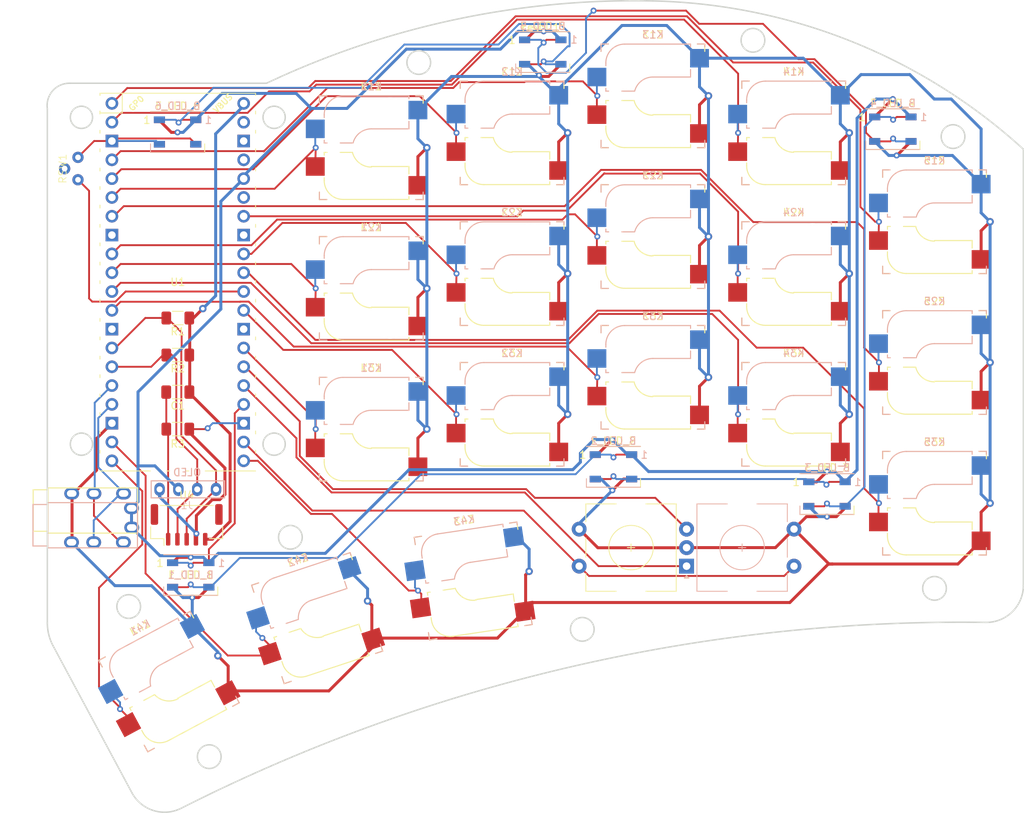
<source format=kicad_pcb>
(kicad_pcb (version 20221018) (generator pcbnew)
  (layers (0 "F.Cu" signal) (31 "B.Cu" signal) (34 "B.Paste" user) (35 "F.Paste" user) (36 "B.SilkS" user "B.Silkscreen") (37 "F.SilkS" user "F.Silkscreen") (38 "B.Mask" user) (39 "F.Mask" user) (44 "Edge.Cuts" user))
  (net 0 "")
  (net 1 "+5V")
  (net 2 "TP_RST")
  (net 3 "GND")
  (net 4 "/k11")
  (net 5 "/k12")
  (net 6 "/k13")
  (net 7 "/k14")
  (net 8 "/k15")
  (net 9 "/k21")
  (net 10 "/k22")
  (net 11 "/k23")
  (net 12 "/k24")
  (net 13 "/k25")
  (net 14 "/k31")
  (net 15 "/k32")
  (net 16 "/k33")
  (net 17 "/k34")
  (net 18 "/k35")
  (net 19 "/k41")
  (net 20 "/k42")
  (net 21 "/k43")
  (net 22 "ENA")
  (net 23 "ENB")
  (net 24 "/k44")
  (net 25 "TX")
  (net 26 "RX")
  (net 27 "+3V3")
  (net 31 "run")
  (net 37 "LED")
  (net 38 "Net-(B_LED_1-DOUT)")
  (net 39 "Net-(B_LED_2-DOUT)")
  (net 40 "Net-(B_LED_3-DOUT)")
  (net 41 "Net-(B_LED_4-DOUT)")
  (net 42 "Net-(B_LED_5-DOUT)")
  (net 45 "GND2")
  (net 46 "GND1")
  (net 47 "TP_DAT{slash}I2C1_SDA")
  (net 48 "TP_CLK{slash}I2C1_SCL")
  (footprint "kwkb-footprint:Kailh_socket_MX_reversible" (layer "F.Cu") (at 89.193 113.524 18.3)
    (fp_text reference "K42")
    (fp_text value "KEYSW")
  )
  (footprint "kwkb-footprint:Kailh_socket_MX_reversible" (layer "F.Cu") (at 172.5 98)
    (fp_text reference "K35")
    (fp_text value "KEYSW")
  )
  (footprint "Connector_JST:JST_GH_BM05B-GHS-TBT_1x05-1MP_P1.25mm_Vertical" (layer "F.Cu") (at 71.588 100.92)
    (fp_text reference "U4")
    (fp_text value "trackpoint")
  )
  (footprint "kwkb-footprint:Kailh_socket_MX_reversible" (layer "F.Cu") (at 96.5 69)
    (fp_text reference "K21")
    (fp_text value "KEYSW")
  )
  (footprint "Resistor_SMD:R_1206_3216Metric_Pad1.30x1.75mm_HandSolder" (layer "F.Cu") (at 70.39 88)
    (fp_text reference "R3")
    (fp_text value "100k")
  )
  (footprint "kwkb-footprint:Kailh_socket_MX_reversible" (layer "F.Cu") (at 153.5 86)
    (fp_text reference "K34")
    (fp_text value "KEYSW")
  )
  (footprint "Capacitor_SMD:C_1206_3216Metric_Pad1.33x1.80mm_HandSolder" (layer "F.Cu") (at 70.39 83 180)
    (fp_text reference "C1")
    (fp_text value "2.2uf")
  )
  (footprint "kwkb-footprint:Kailh_socket_MX_reversible" (layer "F.Cu") (at 115.5 48)
    (fp_text reference "K12")
    (fp_text value "KEYSW")
  )
  (footprint "kwkb-footprint:Kailh_socket_MX_reversible" (layer "F.Cu") (at 115.5 86)
    (fp_text reference "K32")
    (fp_text value "KEYSW")
  )
  (footprint "kwkb-footprint:Kailh_socket_MX_reversible" (layer "F.Cu") (at 96.5 50)
    (fp_text reference "K11")
    (fp_text value "KEYSW")
  )
  (footprint "LED_SMD:LED_WS2812B_PLCC4_5.0x5.0mm_P3.2mm" (layer "F.Cu") (at 166.878 47.499)
    (fp_text reference "F_LED_4")
    (fp_text value "WS2812B")
  )
  (footprint "LED_SMD:LED_WS2812B_PLCC4_5.0x5.0mm_P3.2mm" (layer "F.Cu") (at 70.37019 47.882)
    (fp_text reference "F_LED_6")
    (fp_text value "WS2812B")
  )
  (footprint "kwkb-footprint:Kailh_socket_MX_reversible" (layer "F.Cu") (at 96.5 88)
    (fp_text reference "K31")
    (fp_text value "KEYSW")
  )
  (footprint "LED_SMD:LED_WS2812B_PLCC4_5.0x5.0mm_P3.2mm" (layer "F.Cu") (at 129.177 93.09)
    (fp_text reference "F_LED_2")
    (fp_text value "WS2812B")
  )
  (footprint "kwkb-footprint:Kailh_socket_MX_reversible" (layer "F.Cu") (at 115.5 67)
    (fp_text reference "K22")
    (fp_text value "KEYSW")
  )
  (footprint "LED_SMD:LED_WS2812B_PLCC4_5.0x5.0mm_P3.2mm" (layer "F.Cu") (at 119.634 37.084)
    (fp_text reference "F_LED_5")
    (fp_text value "WS2812B")
  )
  (footprint "kwkb-footprint:RotaryEncoder_EC11-no-legs" (layer "F.Cu") (at 131.55 104 180)
    (fp_text reference "SW1")
    (fp_text value "RotaryEncoder_Switch")
  )
  (footprint "kwkb-footprint:4.5x4.5x5side-switch" (layer "F.Cu") (at 55.372 52.832 90)
    (fp_text reference "RSW1")
    (fp_text value "SW_PUSH")
  )
  (footprint "kwkb-footprint:Kailh_socket_MX_reversible" (layer "F.Cu") (at 134.5 62)
    (fp_text reference "K23")
    (fp_text value "KEYSW")
  )
  (footprint "kwkb-footprint:TRRS-PJ-320A" (layer "F.Cu") (at 52.875 98.99 90)
    (fp_text reference "U2")
    (fp_text value "TRRS")
  )
  (footprint "kwkb-footprint:Kailh_socket_MX_reversible" (layer "F.Cu") (at 153.5 48)
    (fp_text reference "K14")
    (fp_text value "KEYSW")
  )
  (footprint "kwkb-footprint:Kailh_socket_MX_reversible" (layer "F.Cu") (at 134.5 81)
    (fp_text reference "K33")
    (fp_text value "KEYSW")
  )
  (footprint "LED_SMD:LED_WS2812B_PLCC4_5.0x5.0mm_P3.2mm" (layer "F.Cu") (at 157.988 96.774)
    (fp_text reference "F_LED_3")
    (fp_text value "WS2812B")
  )
  (footprint "kwkb-footprint:Kailh_socket_MX_reversible" (layer "F.Cu") (at 153.5 67)
    (fp_text reference "K24")
    (fp_text value "KEYSW")
  )
  (footprint "kwkb-footprint:Kailh_socket_MX_reversible" (layer "F.Cu") (at 69.200591 122.09 28.2)
    (fp_text reference "K41")
    (fp_text value "KEYSW")
  )
  (footprint "LED_SMD:LED_WS2812B_PLCC4_5.0x5.0mm_P3.2mm" (layer "F.Cu") (at 72.136 107.696)
    (fp_text reference "F_LED_1")
    (fp_text value "WS2812B")
  )
  (footprint "Resistor_SMD:R_1206_3216Metric_Pad1.30x1.75mm_HandSolder" (layer "F.Cu") (at 70.39 78 180)
    (fp_text reference "R2")
    (fp_text value "4.7k")
  )
  (footprint "kwkb-footprint:Kailh_socket_MX_reversible" (layer "F.Cu") (at 172.5 60)
    (fp_text reference "K15")
    (fp_text value "KEYSW")
  )
  (footprint "kwkb-footprint:RPi_Pico_TH" (layer "F.Cu") (at 70.39 68.15)
    (fp_text reference "U1")
    (fp_text value "Pico")
  )
  (footprint "Resistor_SMD:R_1206_3216Metric_Pad1.30x1.75mm_HandSolder" (layer "F.Cu") (at 70.39 73 180)
    (fp_text reference "R1")
    (fp_text value "4.7k")
  )
  (footprint "kwkb-footprint:Kailh_socket_MX_reversible" (layer "F.Cu") (at 134.5 43)
    (fp_text reference "K13")
    (fp_text value "KEYSW")
  )
  (footprint "kwkb-footprint:Kailh_socket_MX_reversible" (layer "F.Cu") (at 110.25 108.5 8.5)
    (fp_text reference "K43")
    (fp_text value "KEYSW")
  )
  (footprint "kwkb-footprint:Kailh_socket_MX_reversible" (layer "F.Cu") (at 172.5 79)
    (fp_text reference "K25")
    (fp_text value "KEYSW")
  )
  (footprint "LED_SMD:LED_WS2812B_PLCC4_5.0x5.0mm_P3.2mm" (layer "B.Cu") (at 166.878 47.499 180)
    (fp_text reference "B_LED_4")
    (fp_text value "WS2812B")
  )
  (footprint "LED_SMD:LED_WS2812B_PLCC4_5.0x5.0mm_P3.2mm" (layer "B.Cu") (at 129.177 93.09 180)
    (fp_text reference "B_LED_2")
    (fp_text value "WS2812B")
  )
  (footprint "kwkb-footprint:RotaryEncoder_EC11-no-legs" (layer "B.Cu") (at 146.54 104)
    (fp_text reference "SW2")
    (fp_text value "RotaryEncoder_Switch")
  )
  (footprint "LED_SMD:LED_WS2812B_PLCC4_5.0x5.0mm_P3.2mm" (layer "B.Cu") (at 72.136 107.696 180)
    (fp_text reference "B_LED_1")
    (fp_text value "WS2812B")
  )
  (footprint "kwkb-footprint:TRRS-PJ-320A" (layer "B.Cu") (at 52.8475 100.98 -90)
    (fp_text reference "U3")
    (fp_text value "TRRS")
  )
  (footprint "LED_SMD:LED_WS2812B_PLCC4_5.0x5.0mm_P3.2mm" (layer "B.Cu") (at 157.988 96.774 180)
    (fp_text reference "B_LED_3")
    (fp_text value "WS2812B")
  )
  (footprint "kwkb-footprint:OLED" (layer "B.Cu") (at 71.628 96.012 180)
    (fp_text reference "J1")
    (fp_text value "OLED")
  )
  (footprint "LED_SMD:LED_WS2812B_PLCC4_5.0x5.0mm_P3.2mm" (layer "B.Cu") (at 119.634 37.084 180)
    (fp_text reference "B_LED_5")
    (fp_text value "WS2812B")
  )
  (footprint "LED_SMD:LED_WS2812B_PLCC4_5.0x5.0mm_P3.2mm" (layer "B.Cu") (at 70.358 47.88 180)
    (fp_text reference "B_LED_6")
    (fp_text value "WS2812B")
  )
  (gr_circle (center 57.39 45.9) (end 58.89 45.9) (stroke (width 0.2)) (fill none) (layer "Edge.Cuts"))
  (gr_arc (start 70.858334 139.186128) (mid 123.616641 120.053861) (end 179.419857 114.097045) (stroke (width 0.2)) (layer "Edge.Cuts"))
  (gr_arc (start 82.363295 41.300459) (mid 107.78088 32.710058) (end 134.492012 30.187347) (stroke (width 0.2)) (layer "Edge.Cuts"))
  (gr_circle (center 63.76626 111.954887) (end 65.36626 111.954887) (stroke (width 0.2)) (fill none) (layer "Edge.Cuts"))
  (gr_circle (center 172.5 109.5) (end 174.1 109.5) (stroke (width 0.2)) (fill none) (layer "Edge.Cuts"))
  (gr_arc (start 70.858334 139.186128) (mid 67.098494 139.494532) (end 64.193323 137.08798) (stroke (width 0.2)) (layer "Edge.Cuts"))
  (gr_circle (center 57.39 90.0295) (end 58.89 90.0295) (stroke (width 0.2)) (fill none) (layer "Edge.Cuts"))
  (gr_line (start 53.5615 117.259295) (end 64.193323 137.08798) (stroke (width 0.2)) (layer "Edge.Cuts"))
  (gr_circle (center 85.582147 102.605622) (end 87.182147 102.605622) (stroke (width 0.2)) (fill none) (layer "Edge.Cuts"))
  (gr_arc (start 134.492012 30.187347) (mid 161.308671 35.658607) (end 184.492 50.205125) (stroke (width 0.2)) (layer "Edge.Cuts"))
  (gr_line (start 52.79 44.734093) (end 52.79 114.187765) (stroke (width 0.2)) (layer "Edge.Cuts"))
  (gr_circle (center 175 48.5) (end 176.6 48.5) (stroke (width 0.2)) (fill none) (layer "Edge.Cuts"))
  (gr_arc (start 184.492 109.097565) (mid 183.001947 112.658537) (end 179.419857 114.097045) (stroke (width 0.2)) (layer "Edge.Cuts"))
  (gr_line (start 184.492 109.097565) (end 184.492 50.205125) (stroke (width 0.2)) (layer "Edge.Cuts"))
  (gr_arc (start 52.79 44.734093) (mid 53.497926 42.327546) (end 55.786346 41.3) (stroke (width 0.2)) (layer "Edge.Cuts"))
  (gr_circle (center 83.39 45.9) (end 84.89 45.9) (stroke (width 0.2)) (fill none) (layer "Edge.Cuts"))
  (gr_circle (center 74.63489 132.225113) (end 76.23489 132.225113) (stroke (width 0.2)) (fill none) (layer "Edge.Cuts"))
  (gr_circle (center 148 35.5) (end 149.6 35.5) (stroke (width 0.2)) (fill none) (layer "Edge.Cuts"))
  (gr_arc (start 53.5615 117.259295) (mid 52.985832 115.771234) (end 52.79 114.187765) (stroke (width 0.2)) (layer "Edge.Cuts"))
  (gr_circle (center 83.39 90.0295) (end 84.89 90.0295) (stroke (width 0.2)) (fill none) (layer "Edge.Cuts"))
  (gr_circle (center 124.969356 115.032953) (end 126.569356 115.032953) (stroke (width 0.2)) (fill none) (layer "Edge.Cuts"))
  (gr_circle (center 102.906175 38.5) (end 104.506175 38.5) (stroke (width 0.2)) (fill none) (layer "Edge.Cuts"))
  (gr_line (start 82.3641 41.3) (end 55.786346 41.3) (stroke (width 0.2)) (layer "Edge.Cuts"))
  (gr_text "rev: 1\n" (at 119.38 33.782) (layer "F.SilkS") (effects (font (size 1 1.2))))
  (segment (start 72 73.5) (end 72 83.176) (width 0.4) (layer "F.Cu") (net 1))
  (segment (start 73.766 71.734) (end 72 73.5) (width 0.4) (layer "F.Cu") (net 1))
  (segment (start 75.04866 102.87) (end 74.088 102.87) (width 0.4) (layer "F.Cu") (net 1))
  (segment (start 72 83.176) (end 77.4505 88.6265) (width 0.4) (layer "F.Cu") (net 1))
  (segment (start 77.4505 100.46816) (end 75.04866 102.87) (width 0.4) (layer "F.Cu") (net 1))
  (segment (start 77.4505 88.6265) (end 77.4505 100.46816) (width 0.4) (layer "F.Cu") (net 1))
  (via (at 73.766 71.734) (size 1) (drill 0.5) (layers "F.Cu" "B.Cu") (net 1))
  (segment (start 75.5 48.13) (end 79.28 44.35) (width 0.4) (layer "B.Cu") (net 1))
  (segment (start 73.766 71.734) (end 75.5 70) (width 0.4) (layer "B.Cu") (net 1))
  (segment (start 75.5 70) (end 75.5 48.13) (width 0.4) (layer "B.Cu") (net 1))
  (segment (start 69.088 102.87) (end 69.088 88.248) (width 0.25) (layer "F.Cu") (net 2))
  (segment (start 68.84 88) (end 68.84 83.0125) (width 0.25) (layer "F.Cu") (net 2))
  (segment (start 59.44 93.54) (end 59.44 89.27) (width 0.4) (layer "F.Cu") (net 3))
  (segment (start 59.44 89.27) (end 61.5 87.21) (width 0.4) (layer "F.Cu") (net 3))
  (segment (start 159.258 99.822) (end 157.988 99.822) (width 0.4) (layer "F.Cu") (net 3))
  (segment (start 175.66 106.21) (end 178.79 103.08) (width 0.4) (layer "F.Cu") (net 3))
  (segment (start 140.79 82.21) (end 142 81) (width 0.4) (layer "F.Cu") (net 3))
  (segment (start 158.18 106.21) (end 158.73 106.21) (width 0.4) (layer "F.Cu") (net 3))
  (segment (start 56.12 103.05) (end 56.12 96.86) (width 0.4) (layer "F.Cu") (net 3))
  (segment (start 74.586 109.346) (end 73.188 110.744) (width 0.4) (layer "F.Cu") (net 3))
  (segment (start 131.627 94.74) (end 130.558 94.74) (width 0.4) (layer "F.Cu") (net 3))
  (segment (start 119.2915 40.386) (end 120.432 40.386) (width 0.4) (layer "F.Cu") (net 3))
  (segment (start 178.79 84.08) (end 178.79 80.21) (width 0.4) (layer "F.Cu") (net 3))
  (segment (start 159.79 91.08) (end 159.79 87.21) (width 0.4) (layer "F.Cu") (net 3))
  (segment (start 139.04 104) (end 151.04 104) (width 0.4) (layer "F.Cu") (net 3))
  (segment (start 152.98 111.41) (end 158.18 106.21) (width 0.4) (layer "F.Cu") (net 3))
  (segment (start 117.8 107.2) (end 117.326574 107.673426) (width 0.4) (layer "F.Cu") (net 3))
  (segment (start 158.73 106.21) (end 175.66 106.21) (width 0.4) (layer "F.Cu") (net 3))
  (segment (start 167.423 51.054) (end 167.386 51.054) (width 0.4) (layer "F.Cu") (net 3))
  (segment (start 96.573847 111.773847) (end 96.573847 116.217425) (width 0.4) (layer "F.Cu") (net 3))
  (segment (start 169.328 49.149) (end 167.423 51.054) (width 0.4) (layer "F.Cu") (net 3))
  (segment (start 121.79 91.08) (end 121.79 87.21) (width 0.4) (layer "F.Cu") (net 3))
  (segment (start 121.79 53.08) (end 121.79 49.21) (width 0.4) (layer "F.Cu") (net 3))
  (segment (start 121.79 49.21) (end 123 48) (width 0.4) (layer "F.Cu") (net 3))
  (segment (start 117.326574 112.410576) (end 118.32715 111.41) (width 0.4) (layer "F.Cu") (net 3))
  (segment (start 102.79 51.21) (end 104 50) (width 0.4) (layer "F.Cu") (net 3))
  (segment (start 119.126 40.2205) (end 119.2915 40.386) (width 0.4) (layer "F.Cu") (net 3))
  (segment (start 178.79 80.21) (end 180 79) (width 0.4) (layer "F.Cu") (net 3))
  (segment (start 159.79 87.21) (end 161 86) (width 0.4) (layer "F.Cu") (net 3))
  (segment (start 56.12 96.86) (end 59.44 93.54) (width 0.4) (layer "F.Cu") (net 3))
  (segment (start 90.777085 123.344409) (end 96.573847 117.547647) (width 0.4) (layer "F.Cu") (net 3))
  (segment (start 96 111.2) (end 96.573847 111.773847) (width 0.4) (layer "F.Cu") (net 3))
  (segment (start 130.558 94.74) (end 129.032 96.266) (width 0.4) (layer "F.Cu") (net 3))
  (segment (start 140.79 86.08) (end 140.79 82.21) (width 0.4) (layer "F.Cu") (net 3))
  (segment (start 96.573847 116.217425) (end 113.519725 116.217425) (width 0.4) (layer "F.Cu") (net 3))
  (segment (start 127.07 104.02) (end 139.02 104.02) (width 0.4) (layer "F.Cu") (net 3))
  (segment (start 178.79 99.21) (end 180 98) (width 0.4) (layer "F.Cu") (net 3))
  (segment (start 178.79 61.21) (end 180 60) (width 0.4) (layer "F.Cu") (net 3))
  (segment (start 102.79 70.21) (end 104 69) (width 0.4) (layer "F.Cu") (net 3))
  (segment (start 77.187891 119.987891) (end 77.187891 123.344409) (width 0.4) (layer "F.Cu") (net 3))
  (segment (start 102.79 93.08) (end 102.79 89.21) (width 0.4) (layer "F.Cu") (net 3))
  (segment (start 159.79 53.08) (end 159.79 49.21) (width 0.4) (layer "F.Cu") (net 3))
  (segment (start 140.79 67.08) (end 140.79 63.21) (width 0.4) (layer "F.Cu") (net 3))
  (segment (start 77.187891 123.344409) (end 90.777085 123.344409) (width 0.4) (layer "F.Cu") (net 3))
  (segment (start 153.55 101.5) (end 158.26 106.21) (width 0.4) (layer "F.Cu") (net 3))
  (segment (start 155.218 99.822) (end 153.54 101.5) (width 0.4) (layer "F.Cu") (net 3))
  (segment (start 102.79 74.08) (end 102.79 70.21) (width 0.4) (layer "F.Cu") (net 3))
  (segment (start 159.79 72.08) (end 159.79 68.21) (width 0.4) (layer "F.Cu") (net 3))
  (segment (start 158.26 106.21) (end 158.73 106.21) (width 0.4) (layer "F.Cu") (net 3))
  (segment (start 124.55 101.5) (end 127.07 104.02) (width 0.4) (layer "F.Cu") (net 3))
  (segment (start 140.79 44.21) (end 142 43) (width 0.4) (layer "F.Cu") (net 3))
  (segment (start 140.79 63.21) (end 142 62) (width 0.4) (layer "F.Cu") (net 3))
  (segment (start 102.79 89.21) (end 104 88) (width 0.4) (layer "F.Cu") (net 3))
  (segment (start 140.79 48.08) (end 140.79 44.21) (width 0.4) (layer "F.Cu") (net 3))
  (segment (start 113.519725 116.217425) (end 117.326574 112.410576) (width 0.4) (layer "F.Cu") (net 3))
  (segment (start 118.32715 111.41) (end 152.98 111.41) (width 0.4) (layer "F.Cu") (net 3))
  (segment (start 178.79 65.08) (end 178.79 61.21) (width 0.4) (layer "F.Cu") (net 3))
  (segment (start 157.988 99.822) (end 155.218 99.822) (width 0.4) (layer "F.Cu") (net 3))
  (segment (start 121.79 87.21) (end 123 86) (width 0.4) (layer "F.Cu") (net 3))
  (segment (start 102.79 55.08) (end 102.79 51.21) (width 0.4) (layer "F.Cu") (net 3))
  (segment (start 159.79 68.21) (end 161 67) (width 0.4) (layer "F.Cu") (net 3))
  (segment (start 151.04 104) (end 153.54 101.5) (width 0.4) (layer "F.Cu") (net 3))
  (segment (start 120.432 40.386) (end 122.084 38.734) (width 0.4) (layer "F.Cu") (net 3))
  (segment (start 96.573847 117.547647) (end 96.573847 116.217425) (width 0.4) (layer "F.Cu") (net 3))
  (segment (start 117.326574 107.673426) (end 117.326574 112.410576) (width 0.4) (layer "F.Cu") (net 3))
  (segment (start 160.438 98.642) (end 159.258 99.822) (width 0.4) (layer "F.Cu") (net 3))
  (segment (start 121.79 68.21) (end 123 67) (width 0.4) (layer "F.Cu") (net 3))
  (segment (start 121.79 72.08) (end 121.79 68.21) (width 0.4) (layer "F.Cu") (net 3))
  (segment (start 75.8 118.6) (end 77.187891 119.987891) (width 0.4) (layer "F.Cu") (net 3))
  (segment (start 178.79 103.08) (end 178.79 99.21) (width 0.4) (layer "F.Cu") (net 3))
  (segment (start 73.188 110.744) (end 72.343432 110.744) (width 0.4) (layer "F.Cu") (net 3))
  (segment (start 159.79 49.21) (end 161 48) (width 0.4) (layer "F.Cu") (net 3))
  (via (at 123 86) (size 1) (drill 0.5) (layers "F.Cu" "B.Cu") (net 3))
  (via (at 123 48) (size 1) (drill 0.5) (layers "F.Cu" "B.Cu") (net 3))
  (via (at 123 67) (size 1) (drill 0.5) (layers "F.Cu" "B.Cu") (net 3))
  (via (at 142 62) (size 1) (drill 0.5) (layers "F.Cu" "B.Cu") (net 3))
  (via (at 180 98) (size 1) (drill 0.5) (layers "F.Cu" "B.Cu") (net 3))
  (via (at 72.343432 110.744) (size 0.8) (drill 0.4) (layers "F.Cu" "B.Cu") (net 3))
  (via (at 161 86) (size 1) (drill 0.5) (layers "F.Cu" "B.Cu") (net 3))
  (via (at 180 60) (size 1) (drill 0.5) (layers "F.Cu" "B.Cu") (net 3))
  (via (at 142 43) (size 1) (drill 0.5) (layers "F.Cu" "B.Cu") (net 3))
  (via (at 104 69) (size 1) (drill 0.5) (layers "F.Cu" "B.Cu") (net 3))
  (via (at 119.126 40.2205) (size 0.8) (drill 0.4) (layers "F.Cu" "B.Cu") (net 3))
  (via (at 117.8 107.2) (size 1) (drill 0.5) (layers "F.Cu" "B.Cu") (net 3))
  (via (at 96 111.2) (size 1) (drill 0.5) (layers "F.Cu" "B.Cu") (net 3))
  (via (at 129.032 96.266) (size 0.8) (drill 0.4) (layers "F.Cu" "B.Cu") (net 3))
  (via (at 75.8 118.6) (size 1) (drill 0.5) (layers "F.Cu" "B.Cu") (net 3))
  (via (at 161 67) (size 1) (drill 0.5) (layers "F.Cu" "B.Cu") (net 3))
  (via (at 161 48) (size 1) (drill 0.5) (layers "F.Cu" "B.Cu") (net 3))
  (via (at 142 81) (size 1) (drill 0.5) (layers "F.Cu" "B.Cu") (net 3))
  (via (at 167.386 51.054) (size 0.8) (drill 0.4) (layers "F.Cu" "B.Cu") (net 3))
  (via (at 104 50) (size 1) (drill 0.5) (layers "F.Cu" "B.Cu") (net 3))
  (via (at 104 88) (size 1) (drill 0.5) (layers "F.Cu" "B.Cu") (net 3))
  (via (at 157.988 99.822) (size 0.8) (drill 0.4) (layers "F.Cu" "B.Cu") (net 3))
  (via (at 180 79) (size 1) (drill 0.5) (layers "F.Cu" "B.Cu") (net 3))
  (segment (start 142 62) (end 140.79 60.79) (width 0.4) (layer "B.Cu") (net 3))
  (segment (start 161 48) (end 159.79 46.79) (width 0.4) (layer "B.Cu") (net 3))
  (segment (start 117.8 104.2) (end 116.00493 102.40493) (width 0.4) (layer "B.Cu") (net 3))
  (segment (start 61.4075 108.64) (end 61.41 108.64) (width 0.4) (layer "B.Cu") (net 3))
  (segment (start 161 48) (end 161 67) (width 0.4) (layer "B.Cu") (net 3))
  (segment (start 123 48) (end 121.79 46.79) (width 0.4) (layer "B.Cu") (net 3))
  (segment (start 178.79 77.79) (end 178.79 73.92) (width 0.4) (layer "B.Cu") (net 3))
  (segment (start 72.343432 114.640634) (end 75.8 118.097202) (width 0.4) (layer "B.Cu") (net 3))
  (segment (start 123 86) (end 123 67) (width 0.4) (layer "B.Cu") (net 3))
  (segment (start 178.79 96.79) (end 178.79 92.92) (width 0.4) (layer "B.Cu") (net 3))
  (segment (start 174.924 51.054) (end 178.79 54.92) (width 0.4) (layer "B.Cu") (net 3))
  (segment (start 140.79 60.79) (end 140.79 56.92) (width 0.4) (layer "B.Cu") (net 3))
  (segment (start 156.936 99.822) (end 157.988 99.822) (width 0.4) (layer "B.Cu") (net 3))
  (segment (start 61.91 109.14) (end 66.842798 109.14) (width 0.4) (layer "B.Cu") (net 3))
  (segment (start 104 88) (end 102.79 86.79) (width 0.4) (layer "B.Cu") (net 3))
  (segment (start 178.79 54.92) (end 178.79 47.472) (width 0.4) (layer "B.Cu") (net 3))
  (segment (start 61.41 108.64) (end 61.91 109.14) (width 0.4) (layer "B.Cu") (net 3))
  (segment (start 119.126 40.386) (end 107.324 40.386) (width 0.4) (layer "B.Cu") (net 3))
  (segment (start 104 69) (end 102.79 67.79) (width 0.4) (layer "B.Cu") (net 3))
  (segment (start 136.37 33.5) (end 130.33 33.5) (width 0.4) (layer "B.Cu") (net 3))
  (segment (start 126.727 94.74) (end 127.506 94.74) (width 0.4) (layer "B.Cu") (net 3))
  (segment (start 162.578 40.132) (end 159.79 42.92) (width 0.4) (layer "B.Cu") (net 3))
  (segment (start 56.0475 103.28) (end 61.4075 108.64) (width 0.4) (layer "B.Cu") (net 3))
  (segment (start 155.538 98.424) (end 156.936 99.822) (width 0.4) (layer "B.Cu") (net 3))
  (segment (start 117.8 107.2) (end 117.8 104.2) (width 0.4) (layer "B.Cu") (net 3))
  (segment (start 161 86) (end 159.79 84.79) (width 0.4) (layer "B.Cu") (net 3))
  (segment (start 166.333 51.054) (end 167.211549 51.054) (width 0.4) (layer "B.Cu") (net 3))
  (segment (start 174.752 43.434) (end 172.466 43.434) (width 0.4) (layer "B.Cu") (net 3))
  (segment (start 102.79 48.79) (end 102.79 44.92) (width 0.4) (layer "B.Cu") (net 3))
  (segment (start 159.79 42.92) (end 154.79 37.92) (width 0.4) (layer "B.Cu") (net 3))
  (segment (start 180 60) (end 180 79) (width 0.4) (layer "B.Cu") (net 3))
  (segment (start 102.79 67.79) (end 102.79 63.92) (width 0.4) (layer "B.Cu") (net 3))
  (segment (start 180 60) (end 178.79 58.79) (width 0.4) (layer "B.Cu") (net 3))
  (segment (start 102.79 86.79) (end 102.79 82.92) (width 0.4) (layer "B.Cu") (net 3))
  (segment (start 72.343432 110.744) (end 72.343432 114.640634) (width 0.4) (layer "B.Cu") (net 3))
  (segment (start 178.79 58.79) (end 178.79 54.92) (width 0.4) (layer "B.Cu") (net 3))
  (segment (start 164.428 49.149) (end 166.333 51.054) (width 0.4) (layer "B.Cu") (net 3))
  (segment (start 129.032 96.266) (end 124.55 100.748) (width 0.4) (layer "B.Cu") (net 3))
  (segment (start 140.79 79.79) (end 140.79 75.92) (width 0.4) (layer "B.Cu") (net 3))
  (segment (start 121.79 46.79) (end 121.79 42.92) (width 0.4) (layer "B.Cu") (net 3))
  (segment (start 121.79 65.79) (end 121.79 61.92) (width 0.4) (layer "B.Cu") (net 3))
  (segment (start 104 50) (end 104 69) (width 0.4) (layer "B.Cu") (net 3))
  (segment (start 119.126 40.2205) (end 117.6395 38.734) (width 0.4) (layer "B.Cu") (net 3))
  (segment (start 178.79 47.472) (end 174.752 43.434) (width 0.4) (layer "B.Cu") (net 3))
  (segment (start 140.79 37.92) (end 136.37 33.5) (width 0.4) (layer "B.Cu") (net 3))
  (segment (start 159.79 65.79) (end 159.79 61.92) (width 0.4) (layer "B.Cu") (net 3))
  (segment (start 107.324 40.386) (end 102.79 44.92) (width 0.4) (layer "B.Cu") (net 3))
  (segment (start 123 86) (end 121.79 84.79) (width 0.4) (layer "B.Cu") (net 3))
  (segment (start 142 62) (end 142 81) (width 0.4) (layer "B.Cu") (net 3))
  (segment (start 123 67) (end 123 48) (width 0.4) (layer "B.Cu") (net 3))
  (segment (start 123 67) (end 121.79 65.79) (width 0.4) (layer "B.Cu") (net 3))
  (segment (start 169.164 40.132) (end 162.578 40.132) (width 0.4) (layer "B.Cu") (net 3))
  (segment (start 180 79) (end 178.79 77.79) (width 0.4) (layer "B.Cu") (net 3))
  (segment (start 121.79 84.79) (end 121.79 80.92) (width 0.4) (layer "B.Cu") (net 3))
  (segment (start 71.084 110.744) (end 72.343432 110.744) (width 0.4) (layer "B.Cu") (net 3))
  (segment (start 161 67) (end 161 86) (width 0.4) (layer "B.Cu") (net 3))
  (segment (start 119.126 40.386) (end 119.126 40.2205) (width 0.4) (layer "B.Cu") (net 3))
  (segment (start 161 67) (end 159.79 65.79) (width 0.4) (layer "B.Cu") (net 3))
  (segment (start 104 69) (end 104 88) (width 0.4) (layer "B.Cu") (net 3))
  (segment (start 104 50) (end 102.79 48.79) (width 0.4) (layer "B.Cu") (net 3))
  (segment (start 142 81) (end 140.79 79.79) (width 0.4) (layer "B.Cu") (net 3))
  (segment (start 167.386 51.054) (end 174.924 51.054) (width 0.4) (layer "B.Cu") (net 3))
  (segment (start 159.79 84.79) (end 159.79 80.92) (width 0.4) (layer "B.Cu") (net 3))
  (segment (start 127.506 94.74) (end 129.032 96.266) (width 0.4) (layer "B.Cu") (net 3))
  (segment (start 154.79 37.92) (end 140.79 37.92) (width 0.4) (layer "B.Cu") (net 3))
  (segment (start 96 111.2) (end 96 109.571226) (width 0.4) (layer "B.Cu") (net 3))
  (segment (start 69.686 109.346) (end 71.084 110.744) (width 0.4) (layer "B.Cu") (net 3))
  (segment (start 140.79 41.79) (end 140.79 37.92) (width 0.4) (layer "B.Cu") (net 3))
  (segment (start 142 43) (end 140.79 41.79) (width 0.4) (layer "B.Cu") (net 3))
  (segment (start 180 79) (end 180 98) (width 0.4) (layer "B.Cu") (net 3))
  (segment (start 180 98) (end 178.79 96.79) (width 0.4) (layer "B.Cu") (net 3))
  (segment (start 121.66 42.92) (end 119.253 40.513) (width 0.4) (layer "B.Cu") (net 3))
  (segment (start 130.33 33.5) (end 121.79 42.04) (width 0.4) (layer "B.Cu") (net 3))
  (segment (start 75.8 118.097202) (end 75.8 118.6) (width 0.4) (layer "B.Cu") (net 3))
  (segment (start 96 109.571226) (end 93.098922 106.670148) (width 0.4) (layer "B.Cu") (net 3))
  (segment (start 172.466 43.434) (end 169.164 40.132) (width 0.4) (layer "B.Cu") (net 3))
  (segment (start 142 43) (end 142 62) (width 0.4) (layer "B.Cu") (net 3))
  (segment (start 66.842798 109.14) (end 72.343432 114.640634) (width 0.4) (layer "B.Cu") (net 3))
  (segment (start 119.253 40.513) (end 119.126 40.386) (width 0.4) (layer "B.Cu") (net 3))
  (segment (start 159.79 46.79) (end 159.79 42.92) (width 0.4) (layer "B.Cu") (net 3))
  (segment (start 62.675 55.545) (end 83.455 55.545) (width 0.25) (layer "F.Cu") (net 4))
  (segment (start 88.94 52.54) (end 89 50) (width 0.25) (layer "F.Cu") (net 4))
  (segment (start 61.5 56.72) (end 62.675 55.545) (width 0.25) (layer "F.Cu") (net 4))
  (segment (start 83.455 55.545) (end 89 50) (width 0.25) (layer "F.Cu") (net 4))
  (via (at 89 50) (size 0.8) (drill 0.4) (layers "F.Cu" "B.Cu") (net 4))
  (segment (start 89 50) (end 88.94 49.94) (width 0.25) (layer "B.Cu") (net 4))
  (segment (start 88.94 49.94) (end 88.94 47.46) (width 0.25) (layer "B.Cu") (net 4))
  (segment (start 90.455 43.045) (end 103.045 43.045) (width 0.25) (layer "F.Cu") (net 5))
  (segment (start 62.775 52.905) (end 80.595 52.905) (width 0.25) (layer "F.Cu") (net 5))
  (segment (start 61.5 54.18) (end 62.775 52.905) (width 0.25) (layer "F.Cu") (net 5))
  (segment (start 108 48) (end 107.94 48.06) (width 0.25) (layer "F.Cu") (net 5))
  (segment (start 80.595 52.905) (end 90.455 43.045) (width 0.25) (layer "F.Cu") (net 5))
  (segment (start 107.94 48.06) (end 107.94 50.54) (width 0.25) (layer "F.Cu") (net 5))
  (segment (start 103.045 43.045) (end 108 48) (width 0.25) (layer "F.Cu") (net 5))
  (via (at 108 48) (size 0.8) (drill 0.4) (layers "F.Cu" "B.Cu") (net 5))
  (segment (start 107.94 47.94) (end 108 48) (width 0.25) (layer "B.Cu") (net 5))
  (segment (start 107.94 45.46) (end 107.94 47.94) (width 0.25) (layer "B.Cu") (net 5))
  (segment (start 117.16035 41.148) (end 117.26335 41.045) (width 0.25) (layer "F.Cu") (net 6))
  (segment (start 126.94 45.54) (end 126.94 43.06) (width 0.25) (layer "F.Cu") (net 6))
  (segment (start 82 50.5) (end 90.559944 41.940056) (width 0.25) (layer "F.Cu") (net 6))
  (segment (start 81.965 50.465) (end 82 50.5) (width 0.25) (layer "F.Cu") (net 6))
  (segment (start 61.5 51.64) (end 62.675 50.465) (width 0.25) (layer "F.Cu") (net 6))
  (segment (start 108.352 41.148) (end 117.16035 41.148) (width 0.25) (layer "F.Cu") (net 6))
  (segment (start 107.559944 41.940056) (end 108.352 41.148) (width 0.25) (layer "F.Cu") (net 6))
  (segment (start 126.94 43.06) (end 127 43) (width 0.25) (layer "F.Cu") (net 6))
  (segment (start 90.559944 41.940056) (end 107.559944 41.940056) (width 0.25) (layer "F.Cu") (net 6))
  (segment (start 125.045 41.045) (end 127 43) (width 0.25) (layer "F.Cu") (net 6))
  (segment (start 62.675 50.465) (end 81.965 50.465) (width 0.25) (layer "F.Cu") (net 6))
  (segment (start 117.26335 41.045) (end 125.045 41.045) (width 0.25) (layer "F.Cu") (net 6))
  (via (at 127 43) (size 0.8) (drill 0.4) (layers "F.Cu" "B.Cu") (net 6))
  (segment (start 127 43) (end 126.94 42.94) (width 0.25) (layer "B.Cu") (net 6))
  (segment (start 126.94 42.94) (end 126.94 40.46) (width 0.25) (layer "B.Cu") (net 6))
  (segment (start 146 40) (end 146 48) (width 0.25) (layer "F.Cu") (net 7))
  (segment (start 145.94 50.54) (end 146 48) (width 0.25) (layer "F.Cu") (net 7))
  (segment (start 89.079091 41.490056) (end 107.373548 41.490056) (width 0.25) (layer "F.Cu") (net 7))
  (segment (start 82.703123 42.4) (end 88.169147 42.4) (width 0.25) (layer "F.Cu") (net 7))
  (segment (start 116.155604 32.708) (end 138.708 32.708) (width 0.25) (layer "F.Cu") (net 7))
  (segment (start 138.708 32.708) (end 146 40) (width 0.25) (layer "F.Cu") (net 7))
  (segment (start 79.808123 45.295) (end 82.703123 42.4) (width 0.25) (layer "F.Cu") (net 7))
  (segment (start 107.373548 41.490056) (end 116.155604 32.708) (width 0.25) (layer "F.Cu") (net 7))
  (segment (start 61.5 46.56) (end 62.765 45.295) (width 0.25) (layer "F.Cu") (net 7))
  (segment (start 88.169147 42.4) (end 89.079091 41.490056) (width 0.25) (layer "F.Cu") (net 7))
  (segment (start 62.765 45.295) (end 79.808123 45.295) (width 0.25) (layer "F.Cu") (net 7))
  (via (at 146 48) (size 0.8) (drill 0.4) (layers "F.Cu" "B.Cu") (net 7))
  (segment (start 146 48) (end 145.94 47.94) (width 0.25) (layer "B.Cu") (net 7))
  (segment (start 145.94 47.94) (end 145.94 45.46) (width 0.25) (layer "B.Cu") (net 7))
  (segment (start 145.337014 38.5) (end 139.095014 32.258) (width 0.25) (layer "F.Cu") (net 8))
  (segment (start 115.969208 32.258) (end 107.227208 41) (width 0.25) (layer "F.Cu") (net 8))
  (segment (start 162.5 58) (end 162.5 44.878545) (width 0.25) (layer "F.Cu") (net 8))
  (segment (start 164.5 60) (end 162.5 58) (width 0.25) (layer "F.Cu") (net 8))
  (segment (start 107.227208 41) (end 88.932751 41) (width 0.25) (layer "F.Cu") (net 8))
  (segment (start 165 60) (end 164.5 60) (width 0.25) (layer "F.Cu") (net 8))
  (segment (start 87.982751 41.95) (end 63.57 41.95) (width 0.25) (layer "F.Cu") (net 8))
  (segment (start 162.5 44.878545) (end 156.121455 38.5) (width 0.25) (layer "F.Cu") (net 8))
  (segment (start 139.095014 32.258) (end 115.969208 32.258) (width 0.25) (layer "F.Cu") (net 8))
  (segment (start 63.57 41.95) (end 61.5 44.02) (width 0.25) (layer "F.Cu") (net 8))
  (segment (start 156.121455 38.5) (end 145.337014 38.5) (width 0.25) (layer "F.Cu") (net 8))
  (segment (start 88.932751 41) (end 87.982751 41.95) (width 0.25) (layer "F.Cu") (net 8))
  (segment (start 164.94 62.54) (end 165 60) (width 0.25) (layer "F.Cu") (net 8))
  (via (at 165 60) (size 0.8) (drill 0.4) (layers "F.Cu" "B.Cu") (net 8))
  (segment (start 165 60) (end 164.94 59.94) (width 0.25) (layer "B.Cu") (net 8))
  (segment (start 164.94 59.94) (end 164.94 57.46) (width 0.25) (layer "B.Cu") (net 8))
  (segment (start 62.675 65.705) (end 85.705 65.705) (width 0.25) (layer "F.Cu") (net 9))
  (segment (start 88.94 71.54) (end 89 69) (width 0.25) (layer "F.Cu") (net 9))
  (segment (start 61.5 66.88) (end 62.675 65.705) (width 0.25) (layer "F.Cu") (net 9))
  (segment (start 85.705 65.705) (end 89 69) (width 0.25) (layer "F.Cu") (net 9))
  (via (at 89 69) (size 0.8) (drill 0.4) (layers "F.Cu" "B.Cu") (net 9))
  (segment (start 88.94 68.94) (end 88.94 66.46) (width 0.25) (layer "B.Cu") (net 9))
  (segment (start 89 69) (end 88.94 68.94) (width 0.25) (layer "B.Cu") (net 9))
  (segment (start 84.5 60.16) (end 101.16 60.16) (width 0.25) (layer "F.Cu") (net 10))
  (segment (start 79.28 64.34) (end 80.32 64.34) (width 0.25) (layer "F.Cu") (net 10))
  (segment (start 107.94 69.54) (end 108 67) (width 0.25) (layer "F.Cu") (net 10))
  (segment (start 101.16 60.16) (end 108 67) (width 0.25) (layer "F.Cu") (net 10))
  (segment (start 80.32 64.34) (end 84.5 60.16) (width 0.25) (layer "F.Cu") (net 10))
  (via (at 108 67) (size 0.8) (drill 0.4) (layers "F.Cu" "B.Cu") (net 10))
  (segment (start 107.94 66.94) (end 107.94 64.46) (width 0.25) (layer "B.Cu") (net 10))
  (segment (start 108 67) (end 107.94 66.94) (width 0.25) (layer "B.Cu") (net 10))
  (segment (start 126.94 64.54) (end 126.94 62.06) (width 0.25) (layer "F.Cu") (net 11))
  (segment (start 126.94 62.06) (end 127 62) (width 0.25) (layer "F.Cu") (net 11))
  (segment (start 124 59) (end 123 59) (width 0.25) (layer "F.Cu") (net 11))
  (segment (start 62.675 63.165) (end 61.5 64.34) (width 0.25) (layer "F.Cu") (net 11))
  (segment (start 83.79 59.71) (end 80.335 63.165) (width 0.25) (layer "F.Cu") (net 11))
  (segment (start 127 62) (end 124 59) (width 0.25) (layer "F.Cu") (net 11))
  (segment (start 122.29 59.71) (end 83.79 59.71) (width 0.25) (layer "F.Cu") (net 11))
  (segment (start 80.335 63.165) (end 62.675 63.165) (width 0.25) (layer "F.Cu") (net 11))
  (segment (start 123 59) (end 122.29 59.71) (width 0.25) (layer "F.Cu") (net 11))
  (via (at 127 62) (size 0.8) (drill 0.4) (layers "F.Cu" "B.Cu") (net 11))
  (segment (start 127 62) (end 126.94 61.94) (width 0.25) (layer "B.Cu") (net 11))
  (segment (start 126.94 61.94) (end 126.94 59.46) (width 0.25) (layer "B.Cu") (net 11))
  (segment (start 146 67) (end 146 58.636396) (width 0.25) (layer "F.Cu") (net 12))
  (segment (start 122.9 58.5) (end 117 58.5) (width 0.25) (layer "F.Cu") (net 12))
  (segment (start 145.94 69.54) (end 145.94 67.06) (width 0.25) (layer "F.Cu") (net 12))
  (segment (start 116.24 59.26) (end 79.28 59.26) (width 0.25) (layer "F.Cu") (net 12))
  (segment (start 145.94 67.06) (end 146 67) (width 0.25) (layer "F.Cu") (net 12))
  (segment (start 146 58.636396) (end 140.863604 53.5) (width 0.25) (layer "F.Cu") (net 12))
  (segment (start 127.95 53.45) (end 122.9 58.5) (width 0.25) (layer "F.Cu") (net 12))
  (segment (start 140.863604 53.5) (end 128 53.5) (width 0.25) (layer "F.Cu") (net 12))
  (segment (start 128 53.5) (end 127.95 53.45) (width 0.25) (layer "F.Cu") (net 12))
  (segment (start 117 58.5) (end 116.24 59.26) (width 0.25) (layer "F.Cu") (net 12))
  (via micro (at 146 67) (size 0.3) (drill 0.1) (layers "F.Cu" "B.Cu") (net 12))
  (via (at 146 67) (size 0.8) (drill 0.4) (layers "F.Cu" "B.Cu") (net 12))
  (segment (start 145.94 66.94) (end 145.94 64.46) (width 0.25) (layer "B.Cu") (net 12))
  (segment (start 146 67) (end 145.94 66.94) (width 0.25) (layer "B.Cu") (net 12))
  (segment (start 61.5 59.5) (end 63.105 57.895) (width 0.25) (layer "F.Cu") (net 13))
  (segment (start 163 77) (end 165 79) (width 0.25) (layer "F.Cu") (net 13))
  (segment (start 141 53) (end 148.045 60.045) (width 0.25) (layer "F.Cu") (net 13))
  (segment (start 127.5 53) (end 141 53) (width 0.25) (layer "F.Cu") (net 13))
  (segment (start 163 61) (end 163 77) (width 0.25) (layer "F.Cu") (net 13))
  (segment (start 63.105 57.895) (end 122.605 57.895) (width 0.25) (layer "F.Cu") (net 13))
  (segment (start 122.605 57.895) (end 127.5 53) (width 0.25) (layer "F.Cu") (net 13))
  (segment (start 162.045 60.045) (end 163 61) (width 0.25) (layer "F.Cu") (net 13))
  (segment (start 165 81.5) (end 165 79) (width 0.25) (layer "F.Cu") (net 13))
  (segment (start 148.045 60.045) (end 162.045 60.045) (width 0.25) (layer "F.Cu") (net 13))
  (via (at 165 79) (size 0.8) (drill 0.4) (layers "F.Cu" "B.Cu") (net 13))
  (segment (start 165 79) (end 164.94 78.94) (width 0.25) (layer "B.Cu") (net 13))
  (segment (start 164.94 78.94) (end 164.94 76.46) (width 0.25) (layer "B.Cu") (net 13))
  (segment (start 88.94 88.06) (end 89 88) (width 0.25) (layer "F.Cu") (net 14))
  (segment (start 88.94 90.54) (end 88.94 88.06) (width 0.25) (layer "F.Cu") (net 14))
  (segment (start 89 88) (end 89 86.76) (width 0.25) (layer "F.Cu") (net 14))
  (segment (start 89 86.76) (end 79.28 77.04) (width 0.25) (layer "F.Cu") (net 14))
  (via (at 89 88) (size 0.8) (drill 0.4) (layers "F.Cu" "B.Cu") (net 14))
  (segment (start 88.94 87.94) (end 88.94 85.46) (width 0.25) (layer "B.Cu") (net 14))
  (segment (start 89 88) (end 88.94 87.94) (width 0.25) (layer "B.Cu") (net 14))
  (segment (start 108 86) (end 99.305 77.305) (width 0.25) (layer "F.Cu") (net 15))
  (segment (start 107.94 86.06) (end 108 86) (width 0.25) (layer "F.Cu") (net 15))
  (segment (start 107.94 88.54) (end 107.94 86.06) (width 0.25) (layer "F.Cu") (net 15))
  (segment (start 99.305 77.305) (end 84.625 77.305) (width 0.25) (layer "F.Cu") (net 15))
  (segment (start 84.625 77.305) (end 79.28 71.96) (width 0.25) (layer "F.Cu") (net 15))
  (via (at 108 86) (size 0.8) (drill 0.4) (layers "F.Cu" "B.Cu") (net 15))
  (segment (start 107.94 85.94) (end 108 86) (width 0.25) (layer "B.Cu") (net 15))
  (segment (start 107.94 83.46) (end 107.94 85.94) (width 0.25) (layer "B.Cu") (net 15))
  (segment (start 78.778299 70.8) (end 62.66 70.8) (width 0.25) (layer "F.Cu") (net 16))
  (segment (start 86.026701 76.855) (end 79.956701 70.785) (width 0.25) (layer "F.Cu") (net 16))
  (segment (start 127 81) (end 122.855 76.855) (width 0.25) (layer "F.Cu") (net 16))
  (segment (start 79.956701 70.785) (end 78.793299 70.785) (width 0.25) (layer "F.Cu") (net 16))
  (segment (start 62.66 70.8) (end 61.5 71.96) (width 0.25) (layer "F.Cu") (net 16))
  (segment (start 78.793299 70.785) (end 78.778299 70.8) (width 0.25) (layer "F.Cu") (net 16))
  (segment (start 126.94 83.54) (end 127 81) (width 0.25) (layer "F.Cu") (net 16))
  (segment (start 122.855 76.855) (end 86.026701 76.855) (width 0.25) (layer "F.Cu") (net 16))
  (via (at 127 81) (size 0.8) (drill 0.4) (layers "F.Cu" "B.Cu") (net 16))
  (segment (start 127 81) (end 126.94 80.94) (width 0.25) (layer "B.Cu") (net 16))
  (segment (start 126.94 80.94) (end 126.94 78.46) (width 0.25) (layer "B.Cu") (net 16))
  (segment (start 127.186396 72.45) (end 123.231396 76.405) (width 0.25) (layer "F.Cu") (net 17))
  (segment (start 88.405 76.405) (end 80.245 68.245) (width 0.25) (layer "F.Cu") (net 17))
  (segment (start 146 86) (end 146 75.95) (width 0.25) (layer "F.Cu") (net 17))
  (segment (start 145.94 86.06) (end 146 86) (width 0.25) (layer "F.Cu") (net 17))
  (segment (start 146 75.95) (end 142.5 72.45) (width 0.25) (layer "F.Cu") (net 17))
  (segment (start 142.5 72.45) (end 127.186396 72.45) (width 0.25) (layer "F.Cu") (net 17))
  (segment (start 145.94 88.54) (end 145.94 86.06) (width 0.25) (layer "F.Cu") (net 17))
  (segment (start 123.231396 76.405) (end 88.405 76.405) (width 0.25) (layer "F.Cu") (net 17))
  (segment (start 62.675 68.245) (end 61.5 69.42) (width 0.25) (layer "F.Cu") (net 17))
  (segment (start 80.245 68.245) (end 62.675 68.245) (width 0.25) (layer "F.Cu") (net 17))
  (via (at 146 86) (size 0.8) (drill 0.4) (layers "F.Cu" "B.Cu") (net 17))
  (segment (start 146 86) (end 145.94 85.94) (width 0.25) (layer "B.Cu") (net 17))
  (segment (start 145.94 85.94) (end 145.94 83.46) (width 0.25) (layer "B.Cu") (net 17))
  (segment (start 88.955 75.955) (end 123.045 75.955) (width 0.25) (layer "F.Cu") (net 18))
  (segment (start 79.88 66.88) (end 88.955 75.955) (width 0.25) (layer "F.Cu") (net 18))
  (segment (start 164.94 98.06) (end 165 98) (width 0.25) (layer "F.Cu") (net 18))
  (segment (start 163 85.22835) (end 163 96) (width 0.25) (layer "F.Cu") (net 18))
  (segment (start 148.5 77) (end 154.77165 77) (width 0.25) (layer "F.Cu") (net 18))
  (segment (start 127 72) (end 143.5 72) (width 0.25) (layer "F.Cu") (net 18))
  (segment (start 163 96) (end 165 98) (width 0.25) (layer "F.Cu") (net 18))
  (segment (start 143.5 72) (end 148.5 77) (width 0.25) (layer "F.Cu") (net 18))
  (segment (start 123.045 75.955) (end 127 72) (width 0.25) (layer "F.Cu") (net 18))
  (segment (start 164.94 100.54) (end 164.94 98.06) (width 0.25) (layer "F.Cu") (net 18))
  (segment (start 154.77165 77) (end 163 85.22835) (width 0.25) (layer "F.Cu") (net 18))
  (via (at 165 98) (size 0.8) (drill 0.4) (layers "F.Cu" "B.Cu") (net 18))
  (segment (start 164.94 97.94) (end 164.94 95.46) (width 0.25) (layer "B.Cu") (net 18))
  (segment (start 165 98) (end 164.94 97.94) (width 0.25) (layer "B.Cu") (net 18))
  (segment (start 59.76 122.76) (end 59.76 109.41849) (width 0.25) (layer "F.Cu") (net 19))
  (segment (start 62.6 125.8) (end 62.6 125.6) (width 0.25) (layer "F.Cu") (net 19))
  (segment (start 62.6 125.6) (end 59.76 122.76) (width 0.25) (layer "F.Cu") (net 19))
  (segment (start 59.76 109.41849) (end 65.6 103.57849) (width 0.25) (layer "F.Cu") (net 19))
  (segment (start 65.6 103.57849) (end 65.6 96.38) (width 0.25) (layer "F.Cu") (net 19))
  (segment (start 62.6 125.8) (end 63.923439 127.123439) (width 0.25) (layer "F.Cu") (net 19))
  (segment (start 65.6 96.38) (end 61.5 92.28) (width 0.25) (layer "F.Cu") (net 19))
  (via (at 62.6 125.8) (size 0.8) (drill 0.4) (layers "F.Cu" "B.Cu") (net 19))
  (segment (start 62.6 125.8) (end 62.6 124.886856) (width 0.25) (layer "B.Cu") (net 19))
  (segment (start 62.6 124.886856) (end 61.383439 123.670295) (width 0.25) (layer "B.Cu") (net 19))
  (segment (start 66.04 107.48) (end 66.04 103.774886) (width 0.25) (layer "F.Cu") (net 20))
  (segment (start 82.690373 117.090373) (end 82.690373 118.567585) (width 0.25) (layer "F.Cu") (net 20))
  (segment (start 66.04 103.774886) (end 66.05 103.764886) (width 0.25) (layer "F.Cu") (net 20))
  (segment (start 77.127585 118.567585) (end 66.04 107.48) (width 0.25) (layer "F.Cu") (net 20))
  (segment (start 81.8 116.2) (end 82.690373 117.090373) (width 0.25) (layer "F.Cu") (net 20))
  (segment (start 66.05 94.29) (end 61.5 89.74) (width 0.25) (layer "F.Cu") (net 20))
  (segment (start 66.05 103.764886) (end 66.05 94.29) (width 0.25) (layer "F.Cu") (net 20))
  (segment (start 82.690373 118.567585) (end 77.127585 118.567585) (width 0.25) (layer "F.Cu") (net 20))
  (via (at 81.8 116.2) (size 0.8) (drill 0.4) (layers "F.Cu" "B.Cu") (net 20))
  (segment (start 80.952911 115.352911) (end 80.952911 113.793946) (width 0.25) (layer "B.Cu") (net 20))
  (segment (start 81.8 116.2) (end 80.952911 115.352911) (width 0.25) (layer "B.Cu") (net 20))
  (segment (start 91.2 99.45) (end 88.353604 99.45) (width 0.25) (layer "F.Cu") (net 21))
  (segment (start 81.183604 92.28) (end 79.28 92.28) (width 0.25) (layer "F.Cu") (net 21))
  (segment (start 101.55 109.8) (end 91.2 99.45) (width 0.25) (layer "F.Cu") (net 21))
  (segment (start 88.353604 99.45) (end 81.183604 92.28) (width 0.25) (layer "F.Cu") (net 21))
  (segment (start 102.8 109.8) (end 101.55 109.8) (width 0.25) (layer "F.Cu") (net 21))
  (segment (start 103.24592 112.314192) (end 103.24592 110.24592) (width 0.25) (layer "F.Cu") (net 21))
  (segment (start 103.24592 110.24592) (end 102.8 109.8) (width 0.25) (layer "F.Cu") (net 21))
  (via (at 102.8 109.8) (size 0.8) (drill 0.4) (layers "F.Cu" "B.Cu") (net 21))
  (segment (start 102.397604 107.105339) (end 102.397604 109.397604) (width 0.25) (layer "B.Cu") (net 21))
  (segment (start 102.397604 109.397604) (end 102.8 109.8) (width 0.25) (layer "B.Cu") (net 21))
  (segment (start 139.04 106.5) (end 127.16 106.5) (width 0.25) (layer "F.Cu") (net 22))
  (segment (start 86.4 89.24) (end 79.28 82.12) (width 0.25) (layer "F.Cu") (net 22))
  (segment (start 91.138604 96.55) (end 86.4 91.811396) (width 0.25) (layer "F.Cu") (net 22))
  (segment (start 127.16 106.5) (end 117.21 96.55) (width 0.25) (layer "F.Cu") (net 22))
  (segment (start 86.4 91.811396) (end 86.4 89.24) (width 0.25) (layer "F.Cu") (net 22))
  (segment (start 117.21 96.55) (end 91.138604 96.55) (width 0.25) (layer "F.Cu") (net 22))
  (segment (start 117.396396 96.1) (end 91.325 96.1) (width 0.25) (layer "F.Cu") (net 23))
  (segment (start 86.85 86.95) (end 79.28 79.38) (width 0.25) (layer "F.Cu") (net 23))
  (segment (start 86.85 91.625) (end 86.85 86.95) (width 0.25) (layer "F.Cu") (net 23))
  (segment (start 139.05 101.5) (end 134.832 97.282) (width 0.25) (layer "F.Cu") (net 23))
  (segment (start 91.325 96.1) (end 86.85 91.625) (width 0.25) (layer "F.Cu") (net 23))
  (segment (start 118.578396 97.282) (end 117.396396 96.1) (width 0.25) (layer "F.Cu") (net 23))
  (segment (start 134.832 97.282) (end 118.578396 97.282) (width 0.25) (layer "F.Cu") (net 23))
  (segment (start 117.07 99) (end 88.54 99) (width 0.25) (layer "F.Cu") (net 24))
  (segment (start 88.54 99) (end 79.28 89.74) (width 0.25) (layer "F.Cu") (net 24))
  (segment (start 152.215 107.825) (end 153.54 106.5) (width 0.25) (layer "F.Cu") (net 24))
  (segment (start 124.55 106.48) (end 117.07 99) (width 0.25) (layer "F.Cu") (net 24))
  (segment (start 124.55 106.5) (end 125.875 107.825) (width 0.25) (layer "F.Cu") (net 24))
  (segment (start 125.875 107.825) (end 152.215 107.825) (width 0.25) (layer "F.Cu") (net 24))
  (segment (start 59.075 96.69) (end 59.075 99.703516) (width 0.25) (layer "F.Cu") (net 25))
  (segment (start 59.075 99.703516) (end 62.651484 103.28) (width 0.25) (layer "F.Cu") (net 25))
  (segment (start 59.18 84.44) (end 61.5 82.12) (width 0.25) (layer "B.Cu") (net 25))
  (segment (start 59.18 96.585) (end 59.18 84.44) (width 0.25) (layer "B.Cu") (net 25))
  (segment (start 59.66 93.16) (end 59.66 86.5) (width 0.25) (layer "B.Cu") (net 26))
  (segment (start 59.66 86.5) (end 61.5 84.66) (width 0.25) (layer "B.Cu") (net 26))
  (segment (start 62.95 96.45) (end 59.66 93.16) (width 0.25) (layer "B.Cu") (net 26))
  (segment (start 59.0475 100.321484) (end 62.918984 96.45) (width 0.25) (layer "B.Cu") (net 26))
  (segment (start 59.0475 103.28) (end 59.0475 100.321484) (width 0.25) (layer "B.Cu") (net 26))
  (segment (start 156.59 95.124) (end 157.988 93.726) (width 0.4) (layer "F.Cu") (net 27))
  (segment (start 70.419961 105.312039) (end 69.686 106.046) (width 0.4) (layer "F.Cu") (net 27))
  (segment (start 119.761 34.29) (end 118.491 34.29) (width 0.4) (layer "F.Cu") (net 27))
  (segment (start 69.5225 47.9325) (end 67.822 46.232) (width 0.4) (layer "F.Cu") (net 27))
  (segment (start 118.491 34.29) (end 117.221 35.56) (width 0.4) (layer "F.Cu") (net 27))
  (segment (start 129.032 89.408) (end 127 91.44) (width 0.4) (layer "F.Cu") (net 27))
  (segment (start 72.131637 105.312039) (end 70.419961 105.312039) (width 0.4) (layer "F.Cu") (net 27))
  (segment (start 164.428 45.849) (end 166.843 43.434) (width 0.4) (layer "F.Cu") (net 27))
  (segment (start 70.358 47.9325) (end 69.5225 47.9325) (width 0.4) (layer "F.Cu") (net 27))
  (segment (start 155.538 95.124) (end 156.59 95.124) (width 0.4) (layer "F.Cu") (net 27))
  (via (at 119.761 34.29) (size 0.8) (drill 0.4) (layers "F.Cu" "B.Cu") (net 27))
  (via (at 72.131637 105.312039) (size 0.8) (drill 0.4) (layers "F.Cu" "B.Cu") (net 27))
  (via (at 70.358 47.9325) (size 0.8) (drill 0.4) (layers "F.Cu" "B.Cu") (net 27))
  (via (at 129.032 89.408) (size 0.8) (drill 0.4) (layers "F.Cu" "B.Cu") (net 27))
  (via (at 166.878 43.434) (size 0.8) (drill 0.4) (layers "F.Cu" "B.Cu") (net 27))
  (via (at 157.988 93.726) (size 0.8) (drill 0.4) (layers "F.Cu" "B.Cu") (net 27))
  (segment (start 64.1475 98.68) (end 64.1475 101.2625) (width 0.4) (layer "B.Cu") (net 27))
  (segment (start 126.559 89.408) (end 124.714 91.253) (width 0.4) (layer "B.Cu") (net 27))
  (segment (start 71.915598 105.096) (end 67.981 105.096) (width 0.4) (layer "B.Cu") (net 27))
  (segment (start 75.856 104.776) (end 74.586 106.046) (width 0.4) (layer "B.Cu") (net 27))
  (segment (start 116.332 34.29) (end 119.761 34.29) (width 0.4) (layer "B.Cu") (net 27))
  (segment (start 88.387 44.699) (end 93.223 44.699) (width 0.4) (layer "B.Cu") (net 27))
  (segment (start 123.698 93.472) (end 101.6 93.472) (width 0.4) (layer "B.Cu") (net 27))
  (segment (start 76.368 42.67) (end 86.358 42.67) (width 0.4) (layer "B.Cu") (net 27))
  (segment (start 119.761 34.29) (end 120.94 34.29) (width 0.4) (layer "B.Cu") (net 27))
  (segment (start 64.1475 98.68) (end 65.024 97.8035) (width 0.4) (layer "B.Cu") (net 27))
  (segment (start 124.714 92.456) (end 123.698 93.472) (width 0.4) (layer "B.Cu") (net 27))
  (segment (start 67.31 92.964) (end 65.024 92.964) (width 0.4) (layer "B.Cu") (net 27))
  (segment (start 159.04 93.726) (end 160.438 95.124) (width 0.4) (layer "B.Cu") (net 27))
  (segment (start 79.28 53.806) (end 88.387 44.699) (width 0.4) (layer "B.Cu") (net 27))
  (segment (start 129.032 89.408) (end 131.064 91.44) (width 0.4) (layer "B.Cu") (net 27))
  (segment (start 65.024 82.976) (end 76.2 71.8) (width 0.4) (layer "B.Cu") (net 27))
  (segment (start 76.2 57.26) (end 79.28 54.18) (width 0.4) (layer "B.Cu") (net 27))
  (segment (start 73.852039 105.312039) (end 74.586 106.046) (width 0.4) (layer "B.Cu") (net 27))
  (segment (start 120.94 34.29) (end 122.084 35.434) (width 0.4) (layer "B.Cu") (net 27))
  (segment (start 65.024 97.8035) (end 65.024 92.964) (width 0.4) (layer "B.Cu") (net 27))
  (segment (start 157.988 93.726) (end 159.04 93.726) (width 0.4) (layer "B.Cu") (net 27))
  (segment (start 93.223 44.699) (end 101.224534 36.697466) (width 0.4) (layer "B.Cu") (net 27))
  (segment (start 164.643 43.434) (end 166.878 43.434) (width 0.4) (layer "B.Cu") (net 27))
  (segment (start 70.472 96.126) (end 67.31 92.964) (width 0.4) (layer "B.Cu") (net 27))
  (segment (start 76.2 71.8) (end 76.2 57.26) (width 0.4) (layer "B.Cu") (net 27))
  (segment (start 131.627 91.44) (end 133.913 93.726) (width 0.4) (layer "B.Cu") (net 27))
  (segment (start 70.358 47.9325) (end 71.1055 47.9325) (width 0.4) (layer "B.Cu") (net 27))
  (segment (start 169.418 45.974) (end 166.878 43.434) (width 0.4) (layer "B.Cu") (net 27))
  (segment (start 65.024 92.964) (end 65.024 82.976) (width 0.4) (layer "B.Cu") (net 27))
  (segment (start 162.052 93.51) (end 162.052 46.025) (width 0.4) (layer "B.Cu") (net 27))
  (segment (start 72.131637 105.312039) (end 71.915598 105.096) (width 0.4) (layer "B.Cu") (net 27))
  (segment (start 86.358 42.67) (end 88.387 44.699) (width 0.4) (layer "B.Cu") (net 27))
  (segment (start 124.714 91.253) (end 124.714 92.456) (width 0.4) (layer "B.Cu") (net 27))
  (segment (start 131.064 91.44) (end 131.627 91.44) (width 0.4) (layer "B.Cu") (net 27))
  (segment (start 72.131637 105.312039) (end 73.852039 105.312039) (width 0.4) (layer "B.Cu") (net 27))
  (segment (start 160.438 95.124) (end 162.052 93.51) (width 0.4) (layer "B.Cu") (net 27))
  (segment (start 90.296 104.776) (end 75.856 104.776) (width 0.4) (layer "B.Cu") (net 27))
  (segment (start 113.924534 36.697466) (end 116.332 34.29) (width 0.4) (layer "B.Cu") (net 27))
  (segment (start 67.981 105.096) (end 64.175 101.29) (width 0.4) (layer "B.Cu") (net 27))
  (segment (start 133.913 93.726) (end 157.988 93.726) (width 0.4) (layer "B.Cu") (net 27))
  (segment (start 72.808 46.23) (end 76.368 42.67) (width 0.4) (layer "B.Cu") (net 27))
  (segment (start 71.1055 47.9325) (end 72.808 46.23) (width 0.4) (layer "B.Cu") (net 27))
  (segment (start 162.052 46.025) (end 164.643 43.434) (width 0.4) (layer "B.Cu") (net 27))
  (segment (start 101.6 93.472) (end 90.296 104.776) (width 0.4) (layer "B.Cu") (net 27))
  (segment (start 129.032 89.408) (end 126.559 89.408) (width 0.4) (layer "B.Cu") (net 27))
  (segment (start 101.224534 36.697466) (end 113.924534 36.697466) (width 0.4) (layer "B.Cu") (net 27))
  (segment (start 63.351701 69.42) (end 61.986701 70.785) (width 0.25) (layer "F.Cu") (net 31))
  (segment (start 58.42 70.358) (end 58.42 55.83) (width 0.25) (layer "F.Cu") (net 31))
  (segment (start 58.42 55.83) (end 56.922 54.332) (width 0.25) (layer "F.Cu") (net 31))
  (segment (start 58.847 70.785) (end 58.42 70.358) (width 0.25) (layer "F.Cu") (net 31))
  (segment (start 79.28 69.42) (end 63.351701 69.42) (width 0.25) (layer "F.Cu") (net 31))
  (segment (start 61.986701 70.785) (end 58.847 70.785) (width 0.25) (layer "F.Cu") (net 31))
  (segment (start 74.586 104.216544) (end 78.0755 100.727044) (width 0.25) (layer "F.Cu") (net 37))
  (segment (start 78.0755 85.8645) (end 79.28 84.66) (width 0.25) (layer "F.Cu") (net 37))
  (segment (start 74.586 106.046) (end 72.516 106.046) (width 0.25) (layer "F.Cu") (net 37))
  (segment (start 78.0755 100.727044) (end 78.0755 85.8645) (width 0.25) (layer "F.Cu") (net 37))
  (segment (start 72.516 106.046) (end 72.136 106.426) (width 0.25) (layer "F.Cu") (net 37))
  (segment (start 74.586 106.046) (end 74.586 104.216544) (width 0.25) (layer "F.Cu") (net 37))
  (via (at 72.136 106.426) (size 0.8) (drill 0.4) (layers "F.Cu" "B.Cu") (net 37))
  (segment (start 71.756 106.046) (end 72.136 106.426) (width 0.25) (layer "B.Cu") (net 37))
  (segment (start 69.686 106.046) (end 71.756 106.046) (width 0.25) (layer "B.Cu") (net 37))
  (segment (start 69.686 109.346) (end 71.756 109.346) (width 0.25) (layer "F.Cu") (net 38))
  (segment (start 129.557 91.44) (end 129.177 91.82) (width 0.25) (layer "F.Cu") (net 38))
  (segment (start 71.756 109.346) (end 72.136 108.966) (width 0.25) (layer "F.Cu") (net 38))
  (segment (start 131.627 91.44) (end 129.557 91.44) (width 0.25) (layer "F.Cu") (net 38))
  (via (at 129.177 91.82) (size 0.8) (drill 0.4) (layers "F.Cu" "B.Cu") (net 38))
  (via (at 72.136 108.966) (size 0.8) (drill 0.4) (layers "F.Cu" "B.Cu") (net 38))
  (segment (start 74.804 109.346) (end 78.749 105.401) (width 0.25) (layer "B.Cu") (net 38))
  (segment (start 124.07 94.097) (end 126.727 91.44) (width 0.25) (layer "B.Cu") (net 38))
  (segment (start 128.797 91.44) (end 126.727 91.44) (width 0.25) (layer "B.Cu") (net 38))
  (segment (start 129.177 91.82) (end 128.797 91.44) (width 0.25) (layer "B.Cu") (net 38))
  (segment (start 78.749 105.401) (end 91.904221 105.401) (width 0.25) (layer "B.Cu") (net 38))
  (segment (start 72.136 108.966) (end 72.516 109.346) (width 0.25) (layer "B.Cu") (net 38))
  (segment (start 72.516 109.346) (end 74.586 109.346) (width 0.25) (layer "B.Cu") (net 38))
  (segment (start 91.904221 105.401) (end 103.208221 94.097) (width 0.25) (layer "B.Cu") (net 38))
  (segment (start 103.208221 94.097) (end 124.07 94.097) (width 0.25) (layer "B.Cu") (net 38))
  (segment (start 128.797 94.74) (end 129.177 94.36) (width 0.25) (layer "F.Cu") (net 39))
  (segment (start 126.727 94.74) (end 128.797 94.74) (width 0.25) (layer "F.Cu") (net 39))
  (segment (start 158.293 95.124) (end 160.438 95.124) (width 0.25) (layer "F.Cu") (net 39))
  (segment (start 157.913 95.504) (end 158.293 95.124) (width 0.25) (layer "F.Cu") (net 39))
  (via (at 129.177 94.36) (size 0.8) (drill 0.4) (layers "F.Cu" "B.Cu") (net 39))
  (via (at 157.913 95.504) (size 0.8) (drill 0.4) (layers "F.Cu" "B.Cu") (net 39))
  (segment (start 157.533 95.124) (end 157.913 95.504) (width 0.25) (layer "B.Cu") (net 39))
  (segment (start 131.627 94.74) (end 129.557 94.74) (width 0.25) (layer "B.Cu") (net 39))
  (segment (start 155.538 95.124) (end 157.533 95.124) (width 0.25) (layer "B.Cu") (net 39))
  (segment (start 129.557 94.74) (end 129.177 94.36) (width 0.25) (layer "B.Cu") (net 39))
  (segment (start 155.154 94.74) (end 155.538 95.124) (width 0.25) (layer "B.Cu") (net 39))
  (segment (start 131.627 94.74) (end 155.154 94.74) (width 0.25) (layer "B.Cu") (net 39))
  (segment (start 155.538 98.424) (end 157.608 98.424) (width 0.25) (layer "F.Cu") (net 40))
  (segment (start 167.421 45.849) (end 166.915 46.228) (width 0.25) (layer "F.Cu") (net 40))
  (segment (start 157.608 98.424) (end 157.988 98.044) (width 0.25) (layer "F.Cu") (net 40))
  (segment (start 169.328 45.849) (end 167.421 45.849) (width 0.25) (layer "F.Cu") (net 40))
  (via (at 157.988 98.044) (size 0.8) (drill 0.4) (layers "F.Cu" "B.Cu") (net 40))
  (via (at 166.915 46.228) (size 0.8) (drill 0.4) (layers "F.Cu" "B.Cu") (net 40))
  (segment (start 157.988 98.044) (end 158.368 98.424) (width 0.25) (layer "B.Cu") (net 40))
  (segment (start 164.428 45.849) (end 163.068 47.209) (width 0.25) (layer "B.Cu") (net 40))
  (segment (start 158.368 98.424) (end 160.438 98.424) (width 0.25) (layer "B.Cu") (net 40))
  (segment (start 166.536 45.849) (end 164.428 45.849) (width 0.25) (layer "B.Cu") (net 40))
  (segment (start 166.915 46.228) (end 166.536 45.849) (width 0.25) (layer "B.Cu") (net 40))
  (segment (start 163.068 95.794) (end 160.438 98.424) (width 0.25) (layer "B.Cu") (net 40))
  (segment (start 163.068 47.209) (end 163.068 95.794) (width 0.25) (layer "B.Cu") (net 40))
  (segment (start 120.142 35.433) (end 119.761 35.814) (width 0.25) (layer "F.Cu") (net 41))
  (segment (start 140.74741 33.274) (end 149.352 33.274) (width 0.25) (layer "F.Cu") (net 41))
  (segment (start 126.492 31.496) (end 138.96941 31.496) (width 0.25) (layer "F.Cu") (net 41))
  (segment (start 122.174 35.433) (end 120.142 35.433) (width 0.25) (layer "F.Cu") (net 41))
  (segment (start 163.253 47.974) (end 164.428 49.149) (width 0.25) (layer "F.Cu") (net 41))
  (segment (start 166.915 48.768) (end 166.534 49.149) (width 0.25) (layer "F.Cu") (net 41))
  (segment (start 163.253 44.995149) (end 163.253 47.974) (width 0.25) (layer "F.Cu") (net 41))
  (segment (start 154.128 38.05) (end 156.307851 38.05) (width 0.25) (layer "F.Cu") (net 41))
  (segment (start 166.534 49.149) (end 164.428 49.149) (width 0.25) (layer "F.Cu") (net 41))
  (segment (start 156.307851 38.05) (end 163.253 44.995149) (width 0.25) (layer "F.Cu") (net 41))
  (segment (start 149.352 33.274) (end 154.128 38.05) (width 0.25) (layer "F.Cu") (net 41))
  (segment (start 138.96941 31.496) (end 140.74741 33.274) (width 0.25) (layer "F.Cu") (net 41))
  (via (at 126.492 31.496) (size 0.8) (drill 0.4) (layers "F.Cu" "B.Cu") (net 41))
  (via (at 119.761 35.814) (size 0.8) (drill 0.4) (layers "F.Cu" "B.Cu") (net 41))
  (via (at 166.915 48.768) (size 0.8) (drill 0.4) (layers "F.Cu" "B.Cu") (net 41))
  (segment (start 122.79 39.878) (end 120.142 39.878) (width 0.25) (layer "B.Cu") (net 41))
  (segment (start 126.492 31.496) (end 125.476 32.512) (width 0.25) (layer "B.Cu") (net 41))
  (segment (start 125.476 37.192) (end 122.79 39.878) (width 0.25) (layer "B.Cu") (net 41))
  (segment (start 166.915 48.768) (end 167.296 49.149) (width 0.25) (layer "B.Cu") (net 41))
  (segment (start 119.381 35.434) (end 117.184 35.434) (width 0.25) (layer "B.Cu") (net 41))
  (segment (start 125.476 32.512) (end 125.476 37.192) (width 0.25) (layer "B.Cu") (net 41))
  (segment (start 119.761 35.814) (end 119.381 35.434) (width 0.25) (layer "B.Cu") (net 41))
  (segment (start 120.142 39.878) (end 119.036 38.772) (width 0.25) (layer "B.Cu") (net 41))
  (segment (start 119.036 38.772) (end 119.036 36.539) (width 0.25) (layer "B.Cu") (net 41))
  (segment (start 169.328 49.149) (end 167.296 49.149) (width 0.25) (layer "B.Cu") (net 41))
  (segment (start 119.036 36.539) (end 119.761 35.814) (width 0.25) (layer "B.Cu") (net 41))
  (segment (start 72.82019 46.232) (end 70.87719 46.232) (width 0.25) (layer "F.Cu") (net 42))
  (segment (start 119.761 38.354) (end 119.381 38.734) (width 0.25) (layer "F.Cu") (net 42))
  (segment (start 70.87719 46.232) (end 70.49719 46.612) (width 0.25) (layer "F.Cu") (net 42))
  (segment (start 119.381 38.734) (end 117.184 38.734) (width 0.25) (layer "F.Cu") (net 42))
  (via (at 119.761 38.354) (size 0.8) (drill 0.4) (layers "F.Cu" "B.Cu") (net 42))
  (via (at 70.49719 46.612) (size 0.8) (drill 0.4) (layers "F.Cu" "B.Cu") (net 42))
  (segment (start 123.259 34.559) (end 122.002248 33.302248) (width 0.25) (layer "B.Cu") (net 42))
  (segment (start 120.96 38.354) (end 123.005 36.309) (width 0.25) (layer "B.Cu") (net 42))
  (segment (start 100.96565 36.072466) (end 95.128116 41.91) (width 0.25) (layer "B.Cu") (net 42))
  (segment (start 95.128116 41.91) (end 75.19919 41.91) (width 0.25) (layer "B.Cu") (net 42))
  (segment (start 120.014 38.734) (end 119.761 38.354) (width 0.25) (layer "B.Cu") (net 42))
  (segment (start 123.259 36.309) (end 123.259 34.559) (width 0.25) (layer "B.Cu") (net 42))
  (segment (start 113.66565 36.072466) (end 100.96565 36.072466) (width 0.25) (layer "B.Cu") (net 42))
  (segment (start 75.19919 41.91) (end 70.49719 46.612) (width 0.25) (layer "B.Cu") (net 42))
  (segment (start 123.005 36.309) (end 123.259 36.309) (width 0.25) (layer "B.Cu") (net 42))
  (segment (start 122.084 38.734) (end 120.014 38.734) (width 0.25) (layer "B.Cu") (net 42))
  (segment (start 70.11519 46.23) (end 67.908 46.23) (width 0.25) (layer "B.Cu") (net 42))
  (segment (start 70.49719 46.612) (end 70.11519 46.23) (width 0.25) (layer "B.Cu") (net 42))
  (segment (start 116.435868 33.302248) (end 113.66565 36.072466) (width 0.25) (layer "B.Cu") (net 42))
  (segment (start 122.002248 33.302248) (end 116.435868 33.302248) (width 0.25) (layer "B.Cu") (net 42))
  (segment (start 119.761 38.354) (end 120.96 38.354) (width 0.25) (layer "B.Cu") (net 42))
  (segment (start 59.104 49.1) (end 61.5 49.1) (width 0.25) (layer "F.Cu") (net 45))
  (segment (start 72.04519 48.757) (end 61.843 48.757) (width 0.25) (layer "F.Cu") (net 45))
  (segment (start 56.922 51.308) (end 56.896 51.308) (width 0.25) (layer "F.Cu") (net 45))
  (segment (start 72.82019 49.532) (end 72.04519 48.757) (width 0.25) (layer "F.Cu") (net 45))
  (segment (start 56.896 51.308) (end 59.104 49.1) (width 0.25) (layer "F.Cu") (net 45))
  (segment (start 67.478 49.1) (end 67.908 49.53) (width 0.25) (layer "B.Cu") (net 45))
  (segment (start 61.5 49.1) (end 67.478 49.1) (width 0.25) (layer "B.Cu") (net 45))
  (segment (start 72.898 99.669884) (end 72.898 102.108) (width 0.4) (layer "F.Cu") (net 46))
  (segment (start 71.94 88.44) (end 76.7505 93.2505) (width 0.4) (layer "F.Cu") (net 46))
  (segment (start 76.048435 97.521) (end 75.046884 97.521) (width 0.4) (layer "F.Cu") (net 46))
  (segment (start 75.046884 97.521) (end 72.898 99.669884) (width 0.4) (layer "F.Cu") (net 46))
  (segment (start 76.7505 96.818935) (end 76.048435 97.521) (width 0.4) (layer "F.Cu") (net 46))
  (segment (start 74.306 88) (end 74.422 87.884) (width 0.25) (layer "F.Cu") (net 46))
  (segment (start 76.7505 93.2505) (end 76.7505 96.818935) (width 0.4) (layer "F.Cu") (net 46))
  (segment (start 71.94 88) (end 74.306 88) (width 0.25) (layer "F.Cu") (net 46))
  (via (at 72.898 102.108) (size 0.8) (drill 0.4) (layers "F.Cu" "B.Cu") (net 46))
  (via (at 74.422 87.884) (size 0.8) (drill 0.4) (layers "F.Cu" "B.Cu") (net 46))
  (segment (start 74.422 87.884) (end 75.106 87.2) (width 0.25) (layer "B.Cu") (net 46))
  (segment (start 67.932 97.142) (end 72.898 102.108) (width 0.4) (layer "B.Cu") (net 46))
  (segment (start 67.932 96.132) (end 67.932 97.142) (width 0.4) (layer "B.Cu") (net 46))
  (segment (start 75.106 87.2) (end 79.28 87.2) (width 0.25) (layer "B.Cu") (net 46))
  (segment (start 70.9125 77.047906) (end 70.865 77.095406) (width 0.25) (layer "F.Cu") (net 47))
  (segment (start 71.588 100.096) (end 75.552 96.132) (width 0.25) (layer "F.Cu") (net 47))
  (segment (start 75.552 93.592) (end 75.552 96.132) (width 0.25) (layer "F.Cu") (net 47))
  (segment (start 70.9125 74.9525) (end 70.9125 77.047906) (width 0.25) (layer "F.Cu") (net 47))
  (segment (start 66.01 72.99) (end 68.95 72.99) (width 0.25) (layer "F.Cu") (net 47))
  (segment (start 70.865 88.905) (end 75.552 93.592) (width 0.25) (layer "F.Cu") (net 47))
  (segment (start 70.865 77.095406) (end 70.865 88.905) (width 0.25) (layer "F.Cu") (net 47))
  (segment (start 61.96 77.04) (end 66.01 72.99) (width 0.25) (layer "F.Cu") (net 47))
  (segment (start 68.95 72.99) (end 70.9125 74.9525) (width 0.25) (layer "F.Cu") (net 47))
  (segment (start 71.588 102.87) (end 71.588 100.096) (width 0.25) (layer "F.Cu") (net 47))
  (segment (start 73.012 96.132) (end 73.012 92.092) (width 0.25) (layer "F.Cu") (net 48))
  (segment (start 70.19 78.6025) (end 68.9875 77.4) (width 0.25) (layer "F.Cu") (net 48))
  (segment (start 68.9875 77.4) (end 66.8075 79.58) (width 0.25) (layer "F.Cu") (net 48))
  (segment (start 70.19 89.27) (end 70.19 78.6025) (width 0.25) (layer "F.Cu") (net 48))
  (segment (start 70.358 98.786) (end 73.012 96.132) (width 0.25) (layer "F.Cu") (net 48))
  (segment (start 66.8075 79.58) (end 61.5 79.58) (width 0.25) (layer "F.Cu") (net 48))
  (segment (start 70.358 102.87) (end 70.358 98.786) (width 0.25) (layer "F.Cu") (net 48))
  (segment (start 73.012 92.092) (end 70.19 89.27) (width 0.25) (layer "F.Cu") (net 48))
)
</source>
